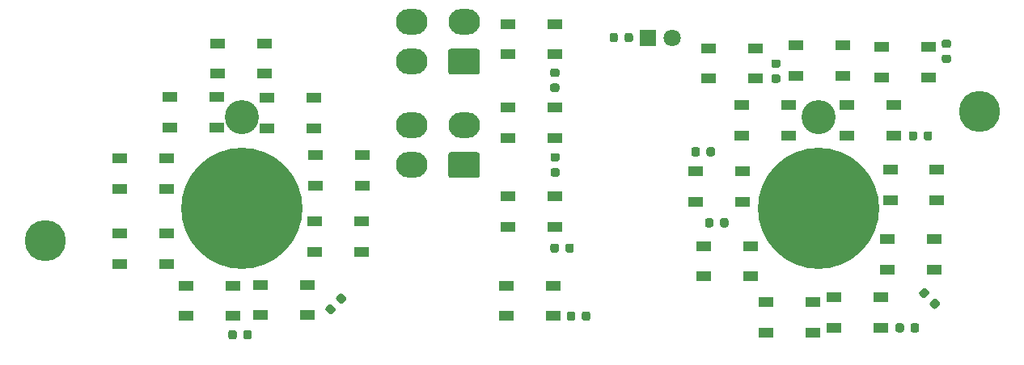
<source format=gbr>
%TF.GenerationSoftware,KiCad,Pcbnew,(5.1.12-1-10_14)*%
%TF.CreationDate,2021-11-25T16:53:39+11:00*%
%TF.ProjectId,HYD ISO Panel PCB V2,48594420-4953-44f2-9050-616e656c2050,rev?*%
%TF.SameCoordinates,Original*%
%TF.FileFunction,Soldermask,Top*%
%TF.FilePolarity,Negative*%
%FSLAX46Y46*%
G04 Gerber Fmt 4.6, Leading zero omitted, Abs format (unit mm)*
G04 Created by KiCad (PCBNEW (5.1.12-1-10_14)) date 2021-11-25 16:53:39*
%MOMM*%
%LPD*%
G01*
G04 APERTURE LIST*
%ADD10O,3.300000X2.700000*%
%ADD11C,4.300000*%
%ADD12C,12.700000*%
%ADD13C,3.572000*%
%ADD14C,1.800000*%
%ADD15R,1.800000X1.800000*%
%ADD16R,1.500000X1.000000*%
G04 APERTURE END LIST*
D10*
%TO.C,J2*%
X109485800Y-75164840D03*
X109485800Y-79364840D03*
X114985800Y-75164840D03*
G36*
G01*
X116385799Y-80714840D02*
X113585801Y-80714840D01*
G75*
G02*
X113335800Y-80464839I0J250001D01*
G01*
X113335800Y-78264841D01*
G75*
G02*
X113585801Y-78014840I250001J0D01*
G01*
X116385799Y-78014840D01*
G75*
G02*
X116635800Y-78264841I0J-250001D01*
G01*
X116635800Y-80464839D01*
G75*
G02*
X116385799Y-80714840I-250001J0D01*
G01*
G37*
%TD*%
%TO.C,J1*%
X109468920Y-64320420D03*
X109468920Y-68520420D03*
X114968920Y-64320420D03*
G36*
G01*
X116368919Y-69870420D02*
X113568921Y-69870420D01*
G75*
G02*
X113318920Y-69620419I0J250001D01*
G01*
X113318920Y-67420421D01*
G75*
G02*
X113568921Y-67170420I250001J0D01*
G01*
X116368919Y-67170420D01*
G75*
G02*
X116618920Y-67420421I0J-250001D01*
G01*
X116618920Y-69620419D01*
G75*
G02*
X116368919Y-69870420I-250001J0D01*
G01*
G37*
%TD*%
D11*
%TO.C,REF\u002A\u002A*%
X168901109Y-73724776D03*
%TD*%
%TO.C,REF\u002A\u002A*%
X71111109Y-87250276D03*
%TD*%
D12*
%TO.C,REF\u002A\u002A*%
X152073609Y-83884776D03*
X152073609Y-83884776D03*
D13*
X152073609Y-74359776D03*
%TD*%
D12*
%TO.C,REF\u002A\u002A*%
X91748609Y-83884776D03*
X91748609Y-83884776D03*
D13*
X91748609Y-74359776D03*
%TD*%
%TO.C,R1*%
G36*
G01*
X131784940Y-66253070D02*
X131784940Y-65740570D01*
G75*
G02*
X132003690Y-65521820I218750J0D01*
G01*
X132441190Y-65521820D01*
G75*
G02*
X132659940Y-65740570I0J-218750D01*
G01*
X132659940Y-66253070D01*
G75*
G02*
X132441190Y-66471820I-218750J0D01*
G01*
X132003690Y-66471820D01*
G75*
G02*
X131784940Y-66253070I0J218750D01*
G01*
G37*
G36*
G01*
X130209940Y-66253070D02*
X130209940Y-65740570D01*
G75*
G02*
X130428690Y-65521820I218750J0D01*
G01*
X130866190Y-65521820D01*
G75*
G02*
X131084940Y-65740570I0J-218750D01*
G01*
X131084940Y-66253070D01*
G75*
G02*
X130866190Y-66471820I-218750J0D01*
G01*
X130428690Y-66471820D01*
G75*
G02*
X130209940Y-66253070I0J218750D01*
G01*
G37*
%TD*%
%TO.C,C15*%
G36*
G01*
X141787260Y-85676450D02*
X141787260Y-85163950D01*
G75*
G02*
X142006010Y-84945200I218750J0D01*
G01*
X142443510Y-84945200D01*
G75*
G02*
X142662260Y-85163950I0J-218750D01*
G01*
X142662260Y-85676450D01*
G75*
G02*
X142443510Y-85895200I-218750J0D01*
G01*
X142006010Y-85895200D01*
G75*
G02*
X141787260Y-85676450I0J218750D01*
G01*
G37*
G36*
G01*
X140212260Y-85676450D02*
X140212260Y-85163950D01*
G75*
G02*
X140431010Y-84945200I218750J0D01*
G01*
X140868510Y-84945200D01*
G75*
G02*
X141087260Y-85163950I0J-218750D01*
G01*
X141087260Y-85676450D01*
G75*
G02*
X140868510Y-85895200I-218750J0D01*
G01*
X140431010Y-85895200D01*
G75*
G02*
X140212260Y-85676450I0J218750D01*
G01*
G37*
%TD*%
%TO.C,C14*%
G36*
G01*
X147368550Y-69864620D02*
X147881050Y-69864620D01*
G75*
G02*
X148099800Y-70083370I0J-218750D01*
G01*
X148099800Y-70520870D01*
G75*
G02*
X147881050Y-70739620I-218750J0D01*
G01*
X147368550Y-70739620D01*
G75*
G02*
X147149800Y-70520870I0J218750D01*
G01*
X147149800Y-70083370D01*
G75*
G02*
X147368550Y-69864620I218750J0D01*
G01*
G37*
G36*
G01*
X147368550Y-68289620D02*
X147881050Y-68289620D01*
G75*
G02*
X148099800Y-68508370I0J-218750D01*
G01*
X148099800Y-68945870D01*
G75*
G02*
X147881050Y-69164620I-218750J0D01*
G01*
X147368550Y-69164620D01*
G75*
G02*
X147149800Y-68945870I0J218750D01*
G01*
X147149800Y-68508370D01*
G75*
G02*
X147368550Y-68289620I218750J0D01*
G01*
G37*
%TD*%
%TO.C,C13*%
G36*
G01*
X165214590Y-67779480D02*
X165727090Y-67779480D01*
G75*
G02*
X165945840Y-67998230I0J-218750D01*
G01*
X165945840Y-68435730D01*
G75*
G02*
X165727090Y-68654480I-218750J0D01*
G01*
X165214590Y-68654480D01*
G75*
G02*
X164995840Y-68435730I0J218750D01*
G01*
X164995840Y-67998230D01*
G75*
G02*
X165214590Y-67779480I218750J0D01*
G01*
G37*
G36*
G01*
X165214590Y-66204480D02*
X165727090Y-66204480D01*
G75*
G02*
X165945840Y-66423230I0J-218750D01*
G01*
X165945840Y-66860730D01*
G75*
G02*
X165727090Y-67079480I-218750J0D01*
G01*
X165214590Y-67079480D01*
G75*
G02*
X164995840Y-66860730I0J218750D01*
G01*
X164995840Y-66423230D01*
G75*
G02*
X165214590Y-66204480I218750J0D01*
G01*
G37*
%TD*%
%TO.C,C12*%
G36*
G01*
X163643742Y-92915729D02*
X163281349Y-93278122D01*
G75*
G02*
X162971989Y-93278122I-154680J154680D01*
G01*
X162662630Y-92968763D01*
G75*
G02*
X162662630Y-92659403I154680J154680D01*
G01*
X163025023Y-92297010D01*
G75*
G02*
X163334383Y-92297010I154680J-154680D01*
G01*
X163643742Y-92606369D01*
G75*
G02*
X163643742Y-92915729I-154680J-154680D01*
G01*
G37*
G36*
G01*
X164757436Y-94029423D02*
X164395043Y-94391816D01*
G75*
G02*
X164085683Y-94391816I-154680J154680D01*
G01*
X163776324Y-94082457D01*
G75*
G02*
X163776324Y-93773097I154680J154680D01*
G01*
X164138717Y-93410704D01*
G75*
G02*
X164448077Y-93410704I154680J-154680D01*
G01*
X164757436Y-93720063D01*
G75*
G02*
X164757436Y-94029423I-154680J-154680D01*
G01*
G37*
%TD*%
%TO.C,C11*%
G36*
G01*
X161029000Y-96172310D02*
X161029000Y-96684810D01*
G75*
G02*
X160810250Y-96903560I-218750J0D01*
G01*
X160372750Y-96903560D01*
G75*
G02*
X160154000Y-96684810I0J218750D01*
G01*
X160154000Y-96172310D01*
G75*
G02*
X160372750Y-95953560I218750J0D01*
G01*
X160810250Y-95953560D01*
G75*
G02*
X161029000Y-96172310I0J-218750D01*
G01*
G37*
G36*
G01*
X162604000Y-96172310D02*
X162604000Y-96684810D01*
G75*
G02*
X162385250Y-96903560I-218750J0D01*
G01*
X161947750Y-96903560D01*
G75*
G02*
X161729000Y-96684810I0J218750D01*
G01*
X161729000Y-96172310D01*
G75*
G02*
X161947750Y-95953560I218750J0D01*
G01*
X162385250Y-95953560D01*
G75*
G02*
X162604000Y-96172310I0J-218750D01*
G01*
G37*
%TD*%
%TO.C,C9*%
G36*
G01*
X162410560Y-76047890D02*
X162410560Y-76560390D01*
G75*
G02*
X162191810Y-76779140I-218750J0D01*
G01*
X161754310Y-76779140D01*
G75*
G02*
X161535560Y-76560390I0J218750D01*
G01*
X161535560Y-76047890D01*
G75*
G02*
X161754310Y-75829140I218750J0D01*
G01*
X162191810Y-75829140D01*
G75*
G02*
X162410560Y-76047890I0J-218750D01*
G01*
G37*
G36*
G01*
X163985560Y-76047890D02*
X163985560Y-76560390D01*
G75*
G02*
X163766810Y-76779140I-218750J0D01*
G01*
X163329310Y-76779140D01*
G75*
G02*
X163110560Y-76560390I0J218750D01*
G01*
X163110560Y-76047890D01*
G75*
G02*
X163329310Y-75829140I218750J0D01*
G01*
X163766810Y-75829140D01*
G75*
G02*
X163985560Y-76047890I0J-218750D01*
G01*
G37*
%TD*%
%TO.C,C8*%
G36*
G01*
X101135169Y-94003698D02*
X101497562Y-94366091D01*
G75*
G02*
X101497562Y-94675451I-154680J-154680D01*
G01*
X101188203Y-94984810D01*
G75*
G02*
X100878843Y-94984810I-154680J154680D01*
G01*
X100516450Y-94622417D01*
G75*
G02*
X100516450Y-94313057I154680J154680D01*
G01*
X100825809Y-94003698D01*
G75*
G02*
X101135169Y-94003698I154680J-154680D01*
G01*
G37*
G36*
G01*
X102248863Y-92890004D02*
X102611256Y-93252397D01*
G75*
G02*
X102611256Y-93561757I-154680J-154680D01*
G01*
X102301897Y-93871116D01*
G75*
G02*
X101992537Y-93871116I-154680J154680D01*
G01*
X101630144Y-93508723D01*
G75*
G02*
X101630144Y-93199363I154680J154680D01*
G01*
X101939503Y-92890004D01*
G75*
G02*
X102248863Y-92890004I154680J-154680D01*
G01*
G37*
%TD*%
%TO.C,C7*%
G36*
G01*
X140359980Y-78229170D02*
X140359980Y-77716670D01*
G75*
G02*
X140578730Y-77497920I218750J0D01*
G01*
X141016230Y-77497920D01*
G75*
G02*
X141234980Y-77716670I0J-218750D01*
G01*
X141234980Y-78229170D01*
G75*
G02*
X141016230Y-78447920I-218750J0D01*
G01*
X140578730Y-78447920D01*
G75*
G02*
X140359980Y-78229170I0J218750D01*
G01*
G37*
G36*
G01*
X138784980Y-78229170D02*
X138784980Y-77716670D01*
G75*
G02*
X139003730Y-77497920I218750J0D01*
G01*
X139441230Y-77497920D01*
G75*
G02*
X139659980Y-77716670I0J-218750D01*
G01*
X139659980Y-78229170D01*
G75*
G02*
X139441230Y-78447920I-218750J0D01*
G01*
X139003730Y-78447920D01*
G75*
G02*
X138784980Y-78229170I0J218750D01*
G01*
G37*
%TD*%
%TO.C,C6*%
G36*
G01*
X124767050Y-78994420D02*
X124254550Y-78994420D01*
G75*
G02*
X124035800Y-78775670I0J218750D01*
G01*
X124035800Y-78338170D01*
G75*
G02*
X124254550Y-78119420I218750J0D01*
G01*
X124767050Y-78119420D01*
G75*
G02*
X124985800Y-78338170I0J-218750D01*
G01*
X124985800Y-78775670D01*
G75*
G02*
X124767050Y-78994420I-218750J0D01*
G01*
G37*
G36*
G01*
X124767050Y-80569420D02*
X124254550Y-80569420D01*
G75*
G02*
X124035800Y-80350670I0J218750D01*
G01*
X124035800Y-79913170D01*
G75*
G02*
X124254550Y-79694420I218750J0D01*
G01*
X124767050Y-79694420D01*
G75*
G02*
X124985800Y-79913170I0J-218750D01*
G01*
X124985800Y-80350670D01*
G75*
G02*
X124767050Y-80569420I-218750J0D01*
G01*
G37*
%TD*%
%TO.C,C5*%
G36*
G01*
X124736570Y-70119660D02*
X124224070Y-70119660D01*
G75*
G02*
X124005320Y-69900910I0J218750D01*
G01*
X124005320Y-69463410D01*
G75*
G02*
X124224070Y-69244660I218750J0D01*
G01*
X124736570Y-69244660D01*
G75*
G02*
X124955320Y-69463410I0J-218750D01*
G01*
X124955320Y-69900910D01*
G75*
G02*
X124736570Y-70119660I-218750J0D01*
G01*
G37*
G36*
G01*
X124736570Y-71694660D02*
X124224070Y-71694660D01*
G75*
G02*
X124005320Y-71475910I0J218750D01*
G01*
X124005320Y-71038410D01*
G75*
G02*
X124224070Y-70819660I218750J0D01*
G01*
X124736570Y-70819660D01*
G75*
G02*
X124955320Y-71038410I0J-218750D01*
G01*
X124955320Y-71475910D01*
G75*
G02*
X124736570Y-71694660I-218750J0D01*
G01*
G37*
%TD*%
%TO.C,C4*%
G36*
G01*
X124897300Y-87813170D02*
X124897300Y-88325670D01*
G75*
G02*
X124678550Y-88544420I-218750J0D01*
G01*
X124241050Y-88544420D01*
G75*
G02*
X124022300Y-88325670I0J218750D01*
G01*
X124022300Y-87813170D01*
G75*
G02*
X124241050Y-87594420I218750J0D01*
G01*
X124678550Y-87594420D01*
G75*
G02*
X124897300Y-87813170I0J-218750D01*
G01*
G37*
G36*
G01*
X126472300Y-87813170D02*
X126472300Y-88325670D01*
G75*
G02*
X126253550Y-88544420I-218750J0D01*
G01*
X125816050Y-88544420D01*
G75*
G02*
X125597300Y-88325670I0J218750D01*
G01*
X125597300Y-87813170D01*
G75*
G02*
X125816050Y-87594420I218750J0D01*
G01*
X126253550Y-87594420D01*
G75*
G02*
X126472300Y-87813170I0J-218750D01*
G01*
G37*
%TD*%
%TO.C,C3*%
G36*
G01*
X126619620Y-94950570D02*
X126619620Y-95463070D01*
G75*
G02*
X126400870Y-95681820I-218750J0D01*
G01*
X125963370Y-95681820D01*
G75*
G02*
X125744620Y-95463070I0J218750D01*
G01*
X125744620Y-94950570D01*
G75*
G02*
X125963370Y-94731820I218750J0D01*
G01*
X126400870Y-94731820D01*
G75*
G02*
X126619620Y-94950570I0J-218750D01*
G01*
G37*
G36*
G01*
X128194620Y-94950570D02*
X128194620Y-95463070D01*
G75*
G02*
X127975870Y-95681820I-218750J0D01*
G01*
X127538370Y-95681820D01*
G75*
G02*
X127319620Y-95463070I0J218750D01*
G01*
X127319620Y-94950570D01*
G75*
G02*
X127538370Y-94731820I218750J0D01*
G01*
X127975870Y-94731820D01*
G75*
G02*
X128194620Y-94950570I0J-218750D01*
G01*
G37*
%TD*%
%TO.C,C2*%
G36*
G01*
X91179000Y-96901290D02*
X91179000Y-97413790D01*
G75*
G02*
X90960250Y-97632540I-218750J0D01*
G01*
X90522750Y-97632540D01*
G75*
G02*
X90304000Y-97413790I0J218750D01*
G01*
X90304000Y-96901290D01*
G75*
G02*
X90522750Y-96682540I218750J0D01*
G01*
X90960250Y-96682540D01*
G75*
G02*
X91179000Y-96901290I0J-218750D01*
G01*
G37*
G36*
G01*
X92754000Y-96901290D02*
X92754000Y-97413790D01*
G75*
G02*
X92535250Y-97632540I-218750J0D01*
G01*
X92097750Y-97632540D01*
G75*
G02*
X91879000Y-97413790I0J218750D01*
G01*
X91879000Y-96901290D01*
G75*
G02*
X92097750Y-96682540I218750J0D01*
G01*
X92535250Y-96682540D01*
G75*
G02*
X92754000Y-96901290I0J-218750D01*
G01*
G37*
%TD*%
D14*
%TO.C,D25*%
X136800000Y-66000000D03*
D15*
X134260000Y-66000000D03*
%TD*%
D16*
%TO.C,D21*%
X153697600Y-93218000D03*
X153697600Y-96418000D03*
X158597600Y-93218000D03*
X158597600Y-96418000D03*
%TD*%
%TO.C,D22*%
X146597200Y-93751600D03*
X146597200Y-96951600D03*
X151497200Y-93751600D03*
X151497200Y-96951600D03*
%TD*%
%TO.C,D20*%
X159258000Y-87122000D03*
X159258000Y-90322000D03*
X164158000Y-87122000D03*
X164158000Y-90322000D03*
%TD*%
%TO.C,D23*%
X140083200Y-87858800D03*
X140083200Y-91058800D03*
X144983200Y-87858800D03*
X144983200Y-91058800D03*
%TD*%
%TO.C,D19*%
X159590400Y-79858000D03*
X159590400Y-83058000D03*
X164490400Y-79858000D03*
X164490400Y-83058000D03*
%TD*%
%TO.C,D24*%
X139219600Y-80010000D03*
X139219600Y-83210000D03*
X144119600Y-80010000D03*
X144119600Y-83210000D03*
%TD*%
%TO.C,D18*%
X155092400Y-73101200D03*
X155092400Y-76301200D03*
X159992400Y-73101200D03*
X159992400Y-76301200D03*
%TD*%
%TO.C,D17*%
X144057200Y-73076000D03*
X144057200Y-76276000D03*
X148957200Y-73076000D03*
X148957200Y-76276000D03*
%TD*%
%TO.C,D16*%
X158676000Y-66954400D03*
X158676000Y-70154400D03*
X163576000Y-66954400D03*
X163576000Y-70154400D03*
%TD*%
%TO.C,D15*%
X149758400Y-66802000D03*
X149758400Y-70002000D03*
X154658400Y-66802000D03*
X154658400Y-70002000D03*
%TD*%
%TO.C,D14*%
X140614400Y-67106800D03*
X140614400Y-70306800D03*
X145514400Y-67106800D03*
X145514400Y-70306800D03*
%TD*%
%TO.C,D13*%
X119430800Y-91998800D03*
X119430800Y-95198800D03*
X124330800Y-91998800D03*
X124330800Y-95198800D03*
%TD*%
%TO.C,D12*%
X119560000Y-82651600D03*
X119560000Y-85851600D03*
X124460000Y-82651600D03*
X124460000Y-85851600D03*
%TD*%
%TO.C,D11*%
X119610800Y-73304400D03*
X119610800Y-76504400D03*
X124510800Y-73304400D03*
X124510800Y-76504400D03*
%TD*%
%TO.C,D10*%
X119571600Y-64566800D03*
X119571600Y-67766800D03*
X124471600Y-64566800D03*
X124471600Y-67766800D03*
%TD*%
%TO.C,D9*%
X84203200Y-72237600D03*
X84203200Y-75437600D03*
X89103200Y-72237600D03*
X89103200Y-75437600D03*
%TD*%
%TO.C,D8*%
X78943200Y-78638800D03*
X78943200Y-81838800D03*
X83843200Y-78638800D03*
X83843200Y-81838800D03*
%TD*%
%TO.C,D7*%
X78920000Y-86512800D03*
X78920000Y-89712800D03*
X83820000Y-86512800D03*
X83820000Y-89712800D03*
%TD*%
%TO.C,D6*%
X85852000Y-91998800D03*
X85852000Y-95198800D03*
X90752000Y-91998800D03*
X90752000Y-95198800D03*
%TD*%
%TO.C,D5*%
X93663600Y-91922800D03*
X93663600Y-95122800D03*
X98563600Y-91922800D03*
X98563600Y-95122800D03*
%TD*%
%TO.C,D4*%
X99364800Y-85242400D03*
X99364800Y-88442400D03*
X104264800Y-85242400D03*
X104264800Y-88442400D03*
%TD*%
%TO.C,D3*%
X99454800Y-78359200D03*
X99454800Y-81559200D03*
X104354800Y-78359200D03*
X104354800Y-81559200D03*
%TD*%
%TO.C,D2*%
X94335600Y-72288400D03*
X94335600Y-75488400D03*
X99235600Y-72288400D03*
X99235600Y-75488400D03*
%TD*%
%TO.C,D1*%
X89181600Y-66598800D03*
X89181600Y-69798800D03*
X94081600Y-66598800D03*
X94081600Y-69798800D03*
%TD*%
M02*

</source>
